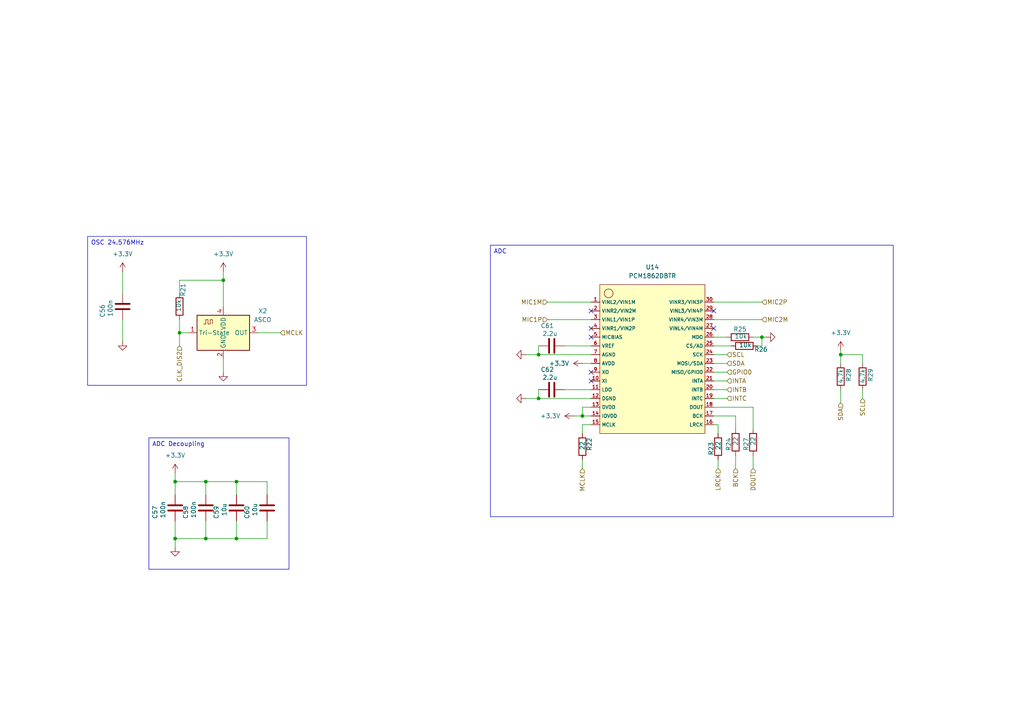
<source format=kicad_sch>
(kicad_sch (version 20231120) (generator "eeschema") (generator_version "8.0")
  (paper "A4")
  (lib_symbols
    (symbol "Device:C" (pin_numbers hide) (pin_names (offset 0.254))
      (property "Reference" "C" (at 0.635 2.54 0))
      (property "Value" "C" (at 0.635 -2.54 0))
      (symbol "C_0_1"
        (polyline (pts (xy -2.032 -0.762) (xy 2.032 -0.762)) (stroke (width 0.508)))
        (polyline (pts (xy -2.032 0.762) (xy 2.032 0.762)) (stroke (width 0.508)))
      )
      (symbol "C_1_1"
        (pin passive line (at 0 3.81 270) (length 2.794) (name "~") (number "1"))
        (pin passive line (at 0 -3.81 90) (length 2.794) (name "~") (number "2"))
      )
    )
    (symbol "Device:R" (pin_numbers hide) (pin_names (offset 0))
      (property "Reference" "R" (at 2.032 0 90))
      (property "Value" "R" (at 0 0 90))
      (symbol "R_0_1"
        (rectangle (start -1.016 -2.54) (end 1.016 2.54) (stroke (width 0.254)))
      )
      (symbol "R_1_1"
        (pin passive line (at 0 3.81 270) (length 1.27) (name "~") (number "1"))
        (pin passive line (at 0 -3.81 90) (length 1.27) (name "~") (number "2"))
      )
    )
    (symbol "Oscillator:ASCO"
      (property "Reference" "X" (at -7.62 6.35 0))
      (property "Value" "ASCO" (at 1.27 -6.35 0))
      (symbol "ASCO_0_1"
        (rectangle (start -7.62 5.08) (end 7.62 -5.08) (stroke (width 0.254)) (fill (type background)))
        (polyline (pts (xy -5.715 2.54) (xy -5.08 2.54) (xy -5.08 3.81) (xy -4.445 3.81) (xy -4.445 2.54) (xy -3.81 2.54) (xy -3.81 3.81) (xy -3.175 3.81) (xy -3.175 2.54)))
      )
      (symbol "ASCO_1_1"
        (pin input line (at -10.16 0 0) (length 2.54) (name "Tri-State") (number "1"))
        (pin power_in line (at 0 -7.62 90) (length 2.54) (name "GND") (number "2"))
        (pin output line (at 10.16 0 180) (length 2.54) (name "OUT") (number "3"))
        (pin power_in line (at 0 7.62 270) (length 2.54) (name "VDD") (number "4"))
      )
    )
    (symbol "PCM1862DBTR:PCM1862DBTR"
      (property "Reference" "U" (at 0 0 0))
      (symbol "PCM1862DBTR_0_1"
        (circle (center -12.7 27.94) (radius 1.27))
      )
      (symbol "PCM1862DBTR_1_1"
        (rectangle (start -15.24 30.48) (end 15.24 -12.7) (fill (type background)))
        (pin input line (at -17.78 25.4 0) (length 2.54) (name "VINL2/VIN1M") (number "1"))
        (pin input line (at -17.78 2.54 0) (length 2.54) (name "XI") (number "10"))
        (pin output line (at -17.78 0 0) (length 2.54) (name "LDO") (number "11"))
        (pin power_in line (at -17.78 -2.54 0) (length 2.54) (name "DGND") (number "12"))
        (pin power_in line (at -17.78 -5.08 0) (length 2.54) (name "DVDD") (number "13"))
        (pin power_in line (at -17.78 -7.62 0) (length 2.54) (name "IOVDD") (number "14"))
        (pin input line (at -17.78 -10.16 0) (length 2.54) (name "MCLK") (number "15"))
        (pin bidirectional line (at 17.78 -10.16 180) (length 2.54) (name "LRCK") (number "16"))
        (pin bidirectional line (at 17.78 -7.62 180) (length 2.54) (name "BCK") (number "17"))
        (pin output line (at 17.78 -5.08 180) (length 2.54) (name "DOUT") (number "18"))
        (pin bidirectional line (at 17.78 -2.54 180) (length 2.54) (name "INTC") (number "19"))
        (pin input line (at -17.78 22.86 0) (length 2.54) (name "VINR2/VIN2M") (number "2"))
        (pin bidirectional line (at 17.78 0 180) (length 2.54) (name "INTB") (number "20"))
        (pin bidirectional line (at 17.78 2.54 180) (length 2.54) (name "INTA") (number "21"))
        (pin bidirectional line (at 17.78 5.08 180) (length 2.54) (name "MISO/GPIO0") (number "22"))
        (pin bidirectional line (at 17.78 7.62 180) (length 2.54) (name "MOSI/SDA") (number "23"))
        (pin input line (at 17.78 10.16 180) (length 2.54) (name "SCK") (number "24"))
        (pin input line (at 17.78 12.7 180) (length 2.54) (name "CS/AD") (number "25"))
        (pin input line (at 17.78 15.24 180) (length 2.54) (name "MDO") (number "26"))
        (pin input line (at 17.78 17.78 180) (length 2.54) (name "VINL4/VIN4M") (number "27"))
        (pin input line (at 17.78 20.32 180) (length 2.54) (name "VINR4/VIN3M") (number "28"))
        (pin input line (at 17.78 22.86 180) (length 2.54) (name "VINL3/VIN4P") (number "29"))
        (pin input line (at -17.78 20.32 0) (length 2.54) (name "VINL1/VIN1P") (number "3"))
        (pin input line (at 17.78 25.4 180) (length 2.54) (name "VINR3/VIN3P") (number "30"))
        (pin input line (at -17.78 17.78 0) (length 2.54) (name "VINR1/VIN2P") (number "4"))
        (pin output line (at -17.78 15.24 0) (length 2.54) (name "MICBIAS") (number "5"))
        (pin output line (at -17.78 12.7 0) (length 2.54) (name "VREF") (number "6"))
        (pin power_in line (at -17.78 10.16 0) (length 2.54) (name "AGND") (number "7"))
        (pin power_in line (at -17.78 7.62 0) (length 2.54) (name "AVDD") (number "8"))
        (pin output line (at -17.78 5.08 0) (length 2.54) (name "XO") (number "9"))
      )
    )
    (symbol "power:+3.3V" (power) (pin_numbers hide) (pin_names (offset 0) hide)
      (property "Value" "+3.3V" (at 0 3.556 0))
      (symbol "+3.3V_0_1"
        (polyline (pts (xy -0.762 1.27) (xy 0 2.54)))
        (polyline (pts (xy 0 0) (xy 0 2.54)))
        (polyline (pts (xy 0 2.54) (xy 0.762 1.27)))
      )
      (symbol "+3.3V_1_1"
        (pin power_in line (at 0 0 90) (length 0) (name "~") (number "1"))
      )
    )
    (symbol "power:GND" (power) (pin_numbers hide) (pin_names (offset 0) hide)
      (property "Value" "GND" (at 0 -3.81 0))
      (symbol "GND_0_1"
        (polyline (pts (xy 0 0) (xy 0 -1.27) (xy 1.27 -1.27) (xy 0 -2.54) (xy -1.27 -1.27) (xy 0 -1.27)))
      )
      (symbol "GND_1_1"
        (pin power_in line (at 0 0 270) (length 0) (name "~") (number "1"))
      )
    )
  )
  (junction (at 220.98 97.79))
  (junction (at 64.77 81.28))
  (junction (at 50.8 156.21))
  (junction (at 59.69 156.21))
  (junction (at 168.91 120.65))
  (junction (at 68.58 139.7))
  (junction (at 59.69 139.7))
  (junction (at 156.21 115.57))
  (junction (at 156.21 102.87))
  (junction (at 68.58 156.21))
  (junction (at 50.8 139.7))
  (junction (at 52.07 96.52))
  (junction (at 243.84 102.87))
  (no_connect (at 171.45 110.49))
  (no_connect (at 171.45 107.95))
  (no_connect (at 171.45 90.17))
  (no_connect (at 207.01 95.25))
  (no_connect (at 207.01 90.17))
  (no_connect (at 171.45 95.25))
  (no_connect (at 171.45 97.79))
  (wire (pts (xy 163.83 100.33) (xy 171.45 100.33)))
  (wire (pts (xy 158.75 92.71) (xy 171.45 92.71)))
  (wire (pts (xy 50.8 151.13) (xy 50.8 156.21)))
  (wire (pts (xy 156.21 102.87) (xy 152.4 102.87)))
  (wire (pts (xy 77.47 151.13) (xy 77.47 156.21)))
  (wire (pts (xy 243.84 113.03) (xy 243.84 116.84)))
  (wire (pts (xy 77.47 139.7) (xy 68.58 139.7)))
  (wire (pts (xy 77.47 156.21) (xy 68.58 156.21)))
  (wire (pts (xy 207.01 97.79) (xy 210.82 97.79)))
  (wire (pts (xy 207.01 87.63) (xy 220.98 87.63)))
  (wire (pts (xy 250.19 113.03) (xy 250.19 115.57)))
  (wire (pts (xy 77.47 143.51) (xy 77.47 139.7)))
  (wire (pts (xy 208.28 123.19) (xy 208.28 125.73)))
  (wire (pts (xy 59.69 156.21) (xy 50.8 156.21)))
  (wire (pts (xy 59.69 143.51) (xy 59.69 139.7)))
  (wire (pts (xy 52.07 81.28) (xy 64.77 81.28)))
  (wire (pts (xy 250.19 105.41) (xy 250.19 102.87)))
  (wire (pts (xy 218.44 132.08) (xy 218.44 135.89)))
  (wire (pts (xy 52.07 92.71) (xy 52.07 96.52)))
  (wire (pts (xy 52.07 96.52) (xy 54.61 96.52)))
  (wire (pts (xy 207.01 110.49) (xy 210.82 110.49)))
  (wire (pts (xy 64.77 78.74) (xy 64.77 81.28)))
  (wire (pts (xy 52.07 96.52) (xy 52.07 100.33)))
  (wire (pts (xy 207.01 92.71) (xy 220.98 92.71)))
  (wire (pts (xy 168.91 120.65) (xy 171.45 120.65)))
  (wire (pts (xy 207.01 118.11) (xy 218.44 118.11)))
  (wire (pts (xy 156.21 115.57) (xy 152.4 115.57)))
  (wire (pts (xy 168.91 125.73) (xy 168.91 123.19)))
  (wire (pts (xy 213.36 124.46) (xy 213.36 120.65)))
  (wire (pts (xy 50.8 156.21) (xy 50.8 158.75)))
  (wire (pts (xy 207.01 123.19) (xy 208.28 123.19)))
  (wire (pts (xy 64.77 81.28) (xy 64.77 88.9)))
  (wire (pts (xy 208.28 133.35) (xy 208.28 135.89)))
  (wire (pts (xy 168.91 123.19) (xy 171.45 123.19)))
  (wire (pts (xy 168.91 118.11) (xy 168.91 120.65)))
  (wire (pts (xy 207.01 120.65) (xy 213.36 120.65)))
  (wire (pts (xy 59.69 151.13) (xy 59.69 156.21)))
  (wire (pts (xy 68.58 156.21) (xy 59.69 156.21)))
  (wire (pts (xy 156.21 115.57) (xy 171.45 115.57)))
  (wire (pts (xy 218.44 97.79) (xy 220.98 97.79)))
  (wire (pts (xy 171.45 118.11) (xy 168.91 118.11)))
  (wire (pts (xy 207.01 107.95) (xy 210.82 107.95)))
  (wire (pts (xy 213.36 132.08) (xy 213.36 135.89)))
  (wire (pts (xy 156.21 100.33) (xy 156.21 102.87)))
  (wire (pts (xy 64.77 104.14) (xy 64.77 107.95)))
  (wire (pts (xy 35.56 78.74) (xy 35.56 85.09)))
  (wire (pts (xy 243.84 101.6) (xy 243.84 102.87)))
  (wire (pts (xy 243.84 102.87) (xy 243.84 105.41)))
  (wire (pts (xy 163.83 113.03) (xy 171.45 113.03)))
  (wire (pts (xy 50.8 139.7) (xy 50.8 143.51)))
  (wire (pts (xy 156.21 113.03) (xy 156.21 115.57)))
  (wire (pts (xy 219.71 100.33) (xy 220.98 100.33)))
  (wire (pts (xy 207.01 113.03) (xy 210.82 113.03)))
  (wire (pts (xy 168.91 105.41) (xy 171.45 105.41)))
  (wire (pts (xy 68.58 143.51) (xy 68.58 139.7)))
  (wire (pts (xy 156.21 102.87) (xy 171.45 102.87)))
  (wire (pts (xy 50.8 137.16) (xy 50.8 139.7)))
  (wire (pts (xy 52.07 85.09) (xy 52.07 81.28)))
  (wire (pts (xy 207.01 100.33) (xy 212.09 100.33)))
  (wire (pts (xy 158.75 87.63) (xy 171.45 87.63)))
  (wire (pts (xy 59.69 139.7) (xy 50.8 139.7)))
  (wire (pts (xy 220.98 100.33) (xy 220.98 97.79)))
  (wire (pts (xy 207.01 105.41) (xy 210.82 105.41)))
  (wire (pts (xy 68.58 151.13) (xy 68.58 156.21)))
  (wire (pts (xy 207.01 115.57) (xy 210.82 115.57)))
  (wire (pts (xy 218.44 124.46) (xy 218.44 118.11)))
  (wire (pts (xy 168.91 133.35) (xy 168.91 135.89)))
  (wire (pts (xy 250.19 102.87) (xy 243.84 102.87)))
  (wire (pts (xy 207.01 102.87) (xy 210.82 102.87)))
  (wire (pts (xy 35.56 92.71) (xy 35.56 99.06)))
  (wire (pts (xy 166.37 120.65) (xy 168.91 120.65)))
  (wire (pts (xy 74.93 96.52) (xy 81.28 96.52)))
  (wire (pts (xy 220.98 97.79) (xy 222.25 97.79)))
  (wire (pts (xy 68.58 139.7) (xy 59.69 139.7)))
  (text_box "OSC 24.576MHz" (at 25.4 68.58 0) (size 63.5 43.18) (effects (font (size 1.27 1.27)) (justify left top)))
  (text_box "ADC Decoupling\n" (at 43.18 127 0) (size 40.64 38.1) (effects (font (size 1.27 1.27)) (justify left top)))
  (text_box "ADC\n" (at 142.24 71.12 0) (size 116.84 78.74) (effects (font (size 1.27 1.27)) (justify left top)))
  (hierarchical_label "MIC1P" (shape input) (at 158.75 92.71 180))
  (hierarchical_label "MIC2P" (shape input) (at 220.98 87.63 0))
  (hierarchical_label "MIC2M" (shape input) (at 220.98 92.71 0))
  (hierarchical_label "SCL" (shape input) (at 250.19 115.57 270))
  (hierarchical_label "LRCK" (shape input) (at 208.28 135.89 270))
  (hierarchical_label "CLK_DIS2" (shape input) (at 52.07 100.33 270))
  (hierarchical_label "GPIO0" (shape input) (at 210.82 107.95 0))
  (hierarchical_label "MCLK" (shape input) (at 81.28 96.52 0))
  (hierarchical_label "SDA" (shape input) (at 210.82 105.41 0))
  (hierarchical_label "SDA" (shape input) (at 243.84 116.84 270))
  (hierarchical_label "BCK" (shape input) (at 213.36 135.89 270))
  (hierarchical_label "INTB" (shape input) (at 210.82 113.03 0))
  (hierarchical_label "MIC1M" (shape input) (at 158.75 87.63 180))
  (hierarchical_label "DOUT" (shape input) (at 218.44 135.89 270))
  (hierarchical_label "SCL" (shape input) (at 210.82 102.87 0))
  (hierarchical_label "INTC" (shape input) (at 210.82 115.57 0))
  (hierarchical_label "MCLK" (shape input) (at 168.91 135.89 270))
  (hierarchical_label "INTA" (shape input) (at 210.82 110.49 0))
  (symbol (lib_id "power:GND") (at 152.4 115.57 270) (unit 1)
    (property "Reference" "#PWR055" (effects (hide yes)))
    (property "Value" "GND" (effects (hide yes)))
    (property "Description" "Power symbol creates a global label with name \"GND\" , ground" (effects (hide yes)))
  )
  (symbol (lib_id "Device:C") (at 50.8 147.32 180) (unit 1)
    (property "Reference" "C57" (at 44.958 148.59 90))
    (property "Value" "100n" (at 47.244 147.828 90))
    (property "Footprint" "Capacitor_SMD:C_0402_1005Metric" (effects (hide yes)))
    (property "Description" "Unpolarized capacitor" (effects (hide yes)))
  )
  (symbol (lib_id "Device:R") (at 218.44 128.27 0) (unit 1)
    (property "Reference" "R27" (at 216.408 130.81 90) (effects (justify left)))
    (property "Value" "22" (at 218.44 129.286 90) (effects (justify left)))
    (property "Footprint" "Resistor_SMD:R_0402_1005Metric" (effects (hide yes)))
    (property "Description" "Resistor" (effects (hide yes)))
  )
  (symbol (lib_id "Oscillator:ASCO") (at 64.77 96.52 0) (unit 1)
    (property "Reference" "X2" (at 76.2 90.2014 0))
    (property "Value" "ASCO" (at 76.2 92.7414 0))
    (property "Footprint" "Crystal:Crystal_SMD_3225-4Pin_3.2x2.5mm" (effects (hide yes)))
    (property "Datasheet" "https://abracon.com/Oscillators/ASCO.pdf" (effects (hide yes)))
    (property "Description" "Crystal Clock Oscillator, Abracon ASCO" (effects (hide yes)))
  )
  (symbol (lib_id "Device:C") (at 160.02 113.03 90) (unit 1)
    (property "Reference" "C62" (at 158.75 107.188 90))
    (property "Value" "2.2u" (at 159.512 109.474 90))
    (property "Footprint" "Capacitor_SMD:C_0603_1608Metric" (effects (hide yes)))
    (property "Description" "Unpolarized capacitor" (effects (hide yes)))
  )
  (symbol (lib_id "power:+3.3V") (at 50.8 137.16 0) (unit 1)
    (property "Reference" "#PWR050" (effects (hide yes)))
    (property "Value" "+3.3V" (at 50.8 132.08 0))
    (property "Description" "Power symbol creates a global label with name \"+3.3V\"" (effects (hide yes)))
  )
  (symbol (lib_id "Device:R") (at 250.19 109.22 0) (unit 1)
    (property "Reference" "R29" (at 252.476 110.744 90) (effects (justify left)))
    (property "Value" "4.7k" (at 250.19 111.252 90) (effects (justify left)))
    (property "Footprint" "Resistor_SMD:R_0402_1005Metric" (effects (hide yes)))
    (property "Description" "Resistor" (effects (hide yes)))
  )
  (symbol (lib_id "power:GND") (at 152.4 102.87 270) (unit 1)
    (property "Reference" "#PWR054" (effects (hide yes)))
    (property "Value" "GND" (effects (hide yes)))
    (property "Description" "Power symbol creates a global label with name \"GND\" , ground" (effects (hide yes)))
  )
  (symbol (lib_id "power:+3.3V") (at 243.84 101.6 0) (unit 1)
    (property "Reference" "#PWR059" (effects (hide yes)))
    (property "Value" "+3.3V" (at 243.84 96.52 0))
    (property "Description" "Power symbol creates a global label with name \"+3.3V\"" (effects (hide yes)))
  )
  (symbol (lib_id "Device:R") (at 215.9 100.33 90) (unit 1)
    (property "Reference" "R26" (at 220.726 101.346 90))
    (property "Value" "10k" (at 216.154 100.076 90))
    (property "Footprint" "Resistor_SMD:R_0402_1005Metric" (effects (hide yes)))
    (property "Description" "Resistor" (effects (hide yes)))
  )
  (symbol (lib_id "Device:R") (at 168.91 129.54 0) (unit 1)
    (property "Reference" "R22" (at 170.942 130.81 90) (effects (justify left)))
    (property "Value" "22" (at 168.91 130.556 90) (effects (justify left)))
    (property "Footprint" "Resistor_SMD:R_0402_1005Metric" (effects (hide yes)))
    (property "Description" "Resistor" (effects (hide yes)))
  )
  (symbol (lib_id "Device:C") (at 160.02 100.33 90) (unit 1)
    (property "Reference" "C61" (at 158.75 94.488 90))
    (property "Value" "2.2u" (at 159.512 96.774 90))
    (property "Footprint" "Capacitor_SMD:C_0603_1608Metric" (effects (hide yes)))
    (property "Description" "Unpolarized capacitor" (effects (hide yes)))
  )
  (symbol (lib_id "Device:R") (at 52.07 88.9 180) (unit 1)
    (property "Reference" "R21" (at 53.086 84.074 90))
    (property "Value" "10k" (at 51.816 88.646 90))
    (property "Footprint" "Resistor_SMD:R_0402_1005Metric" (effects (hide yes)))
    (property "Description" "Resistor" (effects (hide yes)))
  )
  (symbol (lib_id "Device:R") (at 213.36 128.27 0) (unit 1)
    (property "Reference" "R24" (at 211.328 130.81 90) (effects (justify left)))
    (property "Value" "22" (at 213.36 129.286 90) (effects (justify left)))
    (property "Footprint" "Resistor_SMD:R_0402_1005Metric" (effects (hide yes)))
    (property "Description" "Resistor" (effects (hide yes)))
  )
  (symbol (lib_id "power:+3.3V") (at 168.91 105.41 90) (unit 1)
    (property "Reference" "#PWR057" (effects (hide yes)))
    (property "Value" "+3.3V" (at 165.1 105.4099 90) (effects (justify left)))
    (property "Description" "Power symbol creates a global label with name \"+3.3V\"" (effects (hide yes)))
  )
  (symbol (lib_id "power:+3.3V") (at 166.37 120.65 90) (unit 1)
    (property "Reference" "#PWR056" (effects (hide yes)))
    (property "Value" "+3.3V" (at 162.56 120.6499 90) (effects (justify left)))
    (property "Description" "Power symbol creates a global label with name \"+3.3V\"" (effects (hide yes)))
  )
  (symbol (lib_id "power:+3.3V") (at 64.77 78.74 0) (unit 1)
    (property "Reference" "#PWR052" (effects (hide yes)))
    (property "Value" "+3.3V" (at 64.77 73.66 0))
    (property "Description" "Power symbol creates a global label with name \"+3.3V\"" (effects (hide yes)))
  )
  (symbol (lib_id "PCM1862DBTR:PCM1862DBTR") (at 189.23 113.03 0) (unit 1)
    (property "Reference" "U14" (at 189.23 77.47 0))
    (property "Value" "PCM1862DBTR" (at 189.23 80.01 0))
    (property "Footprint" "Package_SO:TSSOP-30_4.4x7.8mm_P0.5mm" (effects (hide yes)))
  )
  (symbol (lib_id "Device:R") (at 243.84 109.22 0) (unit 1)
    (property "Reference" "R28" (at 246.126 110.744 90) (effects (justify left)))
    (property "Value" "4.7k" (at 243.84 111.252 90) (effects (justify left)))
    (property "Footprint" "Resistor_SMD:R_0402_1005Metric" (effects (hide yes)))
    (property "Description" "Resistor" (effects (hide yes)))
  )
  (symbol (lib_id "power:+3.3V") (at 35.56 78.74 0) (unit 1)
    (property "Reference" "#PWR048" (effects (hide yes)))
    (property "Value" "+3.3V" (at 35.56 73.66 0))
    (property "Description" "Power symbol creates a global label with name \"+3.3V\"" (effects (hide yes)))
  )
  (symbol (lib_id "Device:C") (at 77.47 147.32 180) (unit 1)
    (property "Reference" "C60" (at 71.628 148.59 90))
    (property "Value" "10u" (at 73.914 147.828 90))
    (property "Footprint" "Capacitor_SMD:C_0603_1608Metric" (effects (hide yes)))
    (property "Description" "Unpolarized capacitor" (effects (hide yes)))
  )
  (symbol (lib_id "Device:R") (at 214.63 97.79 90) (unit 1)
    (property "Reference" "R25" (at 214.63 95.504 90))
    (property "Value" "10k" (at 214.884 97.536 90))
    (property "Footprint" "Resistor_SMD:R_0402_1005Metric" (effects (hide yes)))
    (property "Description" "Resistor" (effects (hide yes)))
  )
  (symbol (lib_id "Device:R") (at 208.28 129.54 0) (unit 1)
    (property "Reference" "R23" (at 206.248 132.08 90) (effects (justify left)))
    (property "Value" "22" (at 208.28 130.556 90) (effects (justify left)))
    (property "Footprint" "Resistor_SMD:R_0402_1005Metric" (effects (hide yes)))
    (property "Description" "Resistor" (effects (hide yes)))
  )
  (symbol (lib_id "power:GND") (at 222.25 97.79 90) (unit 1)
    (property "Reference" "#PWR058" (effects (hide yes)))
    (property "Value" "GND" (effects (hide yes)))
    (property "Description" "Power symbol creates a global label with name \"GND\" , ground" (effects (hide yes)))
  )
  (symbol (lib_id "Device:C") (at 35.56 88.9 180) (unit 1)
    (property "Reference" "C56" (at 29.718 90.17 90))
    (property "Value" "100n" (at 32.004 89.408 90))
    (property "Footprint" "Capacitor_SMD:C_0402_1005Metric" (effects (hide yes)))
    (property "Description" "Unpolarized capacitor" (effects (hide yes)))
  )
  (symbol (lib_id "power:GND") (at 64.77 107.95 0) (unit 1)
    (property "Reference" "#PWR053" (effects (hide yes)))
    (property "Value" "GND" (effects (hide yes)))
    (property "Description" "Power symbol creates a global label with name \"GND\" , ground" (effects (hide yes)))
  )
  (symbol (lib_id "Device:C") (at 59.69 147.32 180) (unit 1)
    (property "Reference" "C58" (at 53.848 148.59 90))
    (property "Value" "100n" (at 56.134 147.828 90))
    (property "Footprint" "Capacitor_SMD:C_0402_1005Metric" (effects (hide yes)))
    (property "Description" "Unpolarized capacitor" (effects (hide yes)))
  )
  (symbol (lib_id "power:GND") (at 35.56 99.06 0) (unit 1)
    (property "Reference" "#PWR049" (effects (hide yes)))
    (property "Value" "GND" (effects (hide yes)))
    (property "Description" "Power symbol creates a global label with name \"GND\" , ground" (effects (hide yes)))
  )
  (symbol (lib_id "power:GND") (at 50.8 158.75 0) (unit 1)
    (property "Reference" "#PWR051" (effects (hide yes)))
    (property "Value" "GND" (effects (hide yes)))
    (property "Description" "Power symbol creates a global label with name \"GND\" , ground" (effects (hide yes)))
  )
  (symbol (lib_id "Device:C") (at 68.58 147.32 180) (unit 1)
    (property "Reference" "C59" (at 62.738 148.59 90))
    (property "Value" "10u" (at 65.024 147.828 90))
    (property "Footprint" "Capacitor_SMD:C_0603_1608Metric" (effects (hide yes)))
    (property "Description" "Unpolarized capacitor" (effects (hide yes)))
  )
)
</source>
